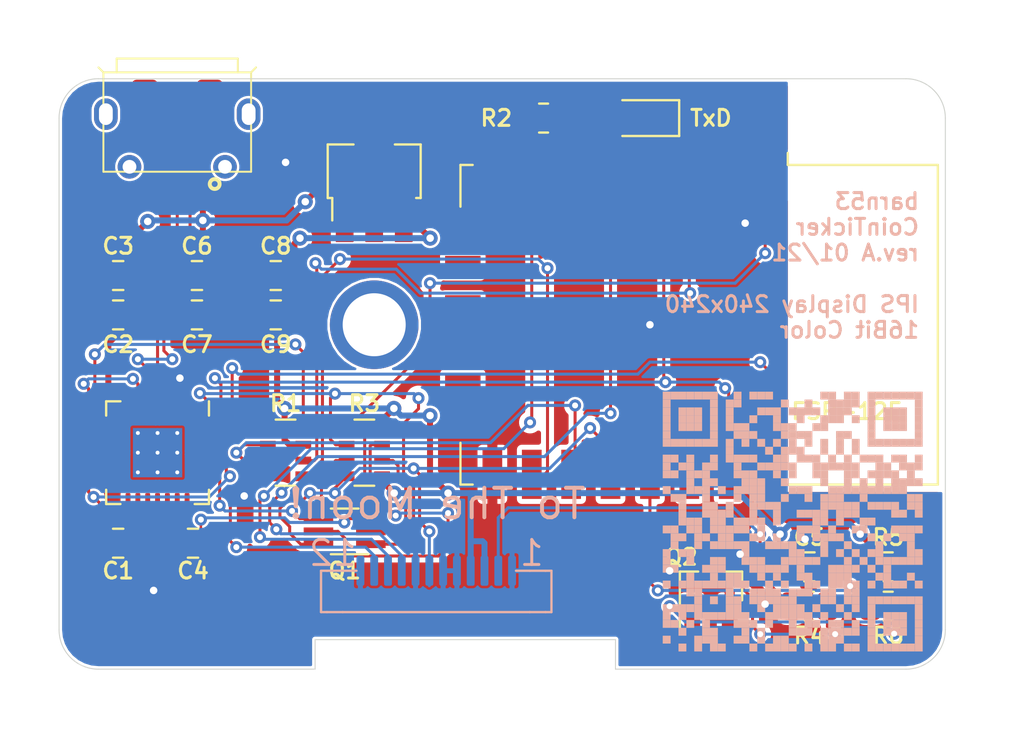
<source format=kicad_pcb>
(kicad_pcb (version 20171130) (host pcbnew "(5.1.6-0-10_14)")
  (layers (0 F.Cu signal) (31 B.Cu signal) (34 B.Paste user) (35 F.Paste user) (36 B.SilkS user) (37 F.SilkS user) (38 B.Mask user) (39 F.Mask user) (44 Edge.Cuts user))
  (net 0 "")
  (net 1 GND)
  (net 2 /VDD)
  (net 3 VBUS)
  (net 4 /~Reset)
  (net 5 +3V3)
  (net 6 "Net-(D1-Pad2)")
  (net 7 TxD)
  (net 8 /~TFT_RES)
  (net 9 /TFT_SDA)
  (net 10 /TFT_SCL)
  (net 11 /GPIO0)
  (net 12 /LEDK)
  (net 13 /D-)
  (net 14 /D+)
  (net 15 "Net-(Q1-Pad5)")
  (net 16 /RTS)
  (net 17 "Net-(Q1-Pad2)")
  (net 18 /DTR)
  (net 19 "Net-(Q2-Pad3)")
  (net 20 "Net-(Q2-Pad1)")
  (net 21 "Net-(R1-Pad5)")
  (net 22 "Net-(R1-Pad6)")
  (net 23 "Net-(R1-Pad8)")
  (net 24 /TFT_BL)
  (net 25 /RxD)
  (module barn53-kicad:IPSDisplay_240x240_FPC_15 (layer F.Cu) (at 73 55)
    (fp_text reference D2 hide)
    (fp_text value IPSDisplay_240x240)
    (fp_text user 12 (at -9.1 -0.9) (layer B.SilkS) (effects (font (size 1.27 1.27)) (justify mirror)))
    (fp_text user 1 (at 1 -0.9) (layer B.SilkS) (effects (font (size 1.27 1.27)) (justify mirror)))
    (pad 12 smd roundrect (at -7.7 0) (size 0.4 1.524) (layers B.Cu B.Paste B.Mask) (net 1 GND))
    (pad 11 smd roundrect (at -7 0) (size 0.4 1.524) (layers B.Cu B.Paste B.Mask) (net 8 /~TFT_RES))
    (pad 10 smd roundrect (at -6.3 0) (size 0.4 1.524) (layers B.Cu B.Paste B.Mask) (net 9 /TFT_SDA))
    (pad 9 smd roundrect (at -5.6 0) (size 0.4 1.524) (layers B.Cu B.Paste B.Mask) (net 10 /TFT_SCL))
    (pad 8 smd roundrect (at -4.9 0) (size 0.4 1.524) (layers B.Cu B.Paste B.Mask) (net 1 GND))
    (pad 7 smd roundrect (at -4.2 0) (size 0.4 1.524) (layers B.Cu B.Paste B.Mask) (net 11 /GPIO0))
    (pad 6 smd roundrect (at -3.5 0) (size 0.4 1.524) (layers B.Cu B.Paste B.Mask) (net 1 GND))
    (pad 5 smd roundrect (at -2.8 0) (size 0.4 1.524) (layers B.Cu B.Paste B.Mask) (net 1 GND))
    (pad 4 smd roundrect (at -2.1 0) (size 0.4 1.524) (layers B.Cu B.Paste B.Mask) (net 5 +3V3))
    (pad 3 smd roundrect (at -1.4 0) (size 0.4 1.524) (layers B.Cu B.Paste B.Mask) (net 5 +3V3))
    (pad 2 smd roundrect (at -0.7 0) (size 0.4 1.524) (layers B.Cu B.Paste B.Mask) (net 12 /LEDK))
    (pad 1 smd roundrect (at 0 0) (size 0.4 1.524) (layers B.Cu B.Paste B.Mask) (net 1 GND))
  )
  (module Package_TO_SOT_SMD:SOT-89-3_Handsoldering (layer F.Cu) (at 66 35 90)
    (fp_text reference U3 hide)
    (fp_text value BL8565)
    (pad 2 smd custom (at -2.0625 0 90) (size 2.475 0.9) (layers F.Cu F.Paste F.Mask) (net 3 VBUS) (options (clearance outline) (anchor rect)) (primitives (gr_poly (pts (xy 1.2375 -0.8665) (xy 5.3625 -0.8665) (xy 5.3625 0.8665) (xy 1.2375 0.8665)) (width 0))))
    (pad 3 smd rect (at -2.15 1.5 90) (size 2.3 0.9) (layers F.Cu F.Paste F.Mask) (net 5 +3V3))
    (pad 1 smd rect (at -2.15 -1.5 90) (size 2.3 0.9) (layers F.Cu F.Paste F.Mask) (net 1 GND))
  )
  (module https:__github.com_gerdmuller_Coin-Ticker (layer B.Cu) (at 87.25 52.5 180)
    (fp_text reference QR*****)
    (fp_text value https://github.com/gerdmuller/Coin-Ticker)
  )
  (module PTH_Hole (layer F.Cu) (at 66 42.5)
    (fp_text reference REF** hide)
    (fp_text value "PTH Hole" hide)
    (pad "" thru_hole circle (at 0 0 90) (size 4.5 4.5) (drill 3.2) (layers *.Cu *.Mask))
  )
  (module Package_DFN_QFN:QFN-28-1EP_5x5mm_P0.5mm_EP3.35x3.35mm_ThermalVias (layer F.Cu) (at 55 49 270)
    (fp_text reference U2 hide)
    (fp_text value CP2102-GMR_NRND)
    (pad 29 smd rect (at 0 0 270) (size 2.5 2.5) (layers B.Cu) (net 1 GND))
    (pad 29 thru_hole circle (at 1 1 270) (size 0.5 0.5) (drill 0.2) (layers *.Cu) (net 1 GND))
    (pad 29 thru_hole circle (at 0 1 270) (size 0.5 0.5) (drill 0.2) (layers *.Cu) (net 1 GND))
    (pad 29 thru_hole circle (at -1 1 270) (size 0.5 0.5) (drill 0.2) (layers *.Cu) (net 1 GND))
    (pad 29 thru_hole circle (at 1 0 270) (size 0.5 0.5) (drill 0.2) (layers *.Cu) (net 1 GND))
    (pad 29 thru_hole circle (at 0 0 270) (size 0.5 0.5) (drill 0.2) (layers *.Cu) (net 1 GND))
    (pad 29 thru_hole circle (at -1 0 270) (size 0.5 0.5) (drill 0.2) (layers *.Cu) (net 1 GND))
    (pad 29 thru_hole circle (at 1 -1 270) (size 0.5 0.5) (drill 0.2) (layers *.Cu) (net 1 GND))
    (pad 29 thru_hole circle (at 0 -1 270) (size 0.5 0.5) (drill 0.2) (layers *.Cu) (net 1 GND))
    (pad 29 thru_hole circle (at -1 -1 270) (size 0.5 0.5) (drill 0.2) (layers *.Cu) (net 1 GND))
    (pad 29 smd rect (at 0 0 270) (size 3.35 3.35) (layers F.Cu F.Mask) (net 1 GND))
    (pad 28 smd roundrect (at -1.5 -2.45 270) (size 0.25 0.8) (layers F.Cu F.Paste F.Mask) (net 18 /DTR))
    (pad 27 smd roundrect (at -1 -2.45 270) (size 0.25 0.8) (layers F.Cu F.Paste F.Mask))
    (pad 26 smd roundrect (at -0.5 -2.45 270) (size 0.25 0.8) (layers F.Cu F.Paste F.Mask) (net 7 TxD))
    (pad 25 smd roundrect (at 0 -2.45 270) (size 0.25 0.8) (layers F.Cu F.Paste F.Mask) (net 25 /RxD))
    (pad 24 smd roundrect (at 0.5 -2.45 270) (size 0.25 0.8) (layers F.Cu F.Paste F.Mask) (net 16 /RTS))
    (pad 23 smd roundrect (at 1 -2.45 270) (size 0.25 0.8) (layers F.Cu F.Paste F.Mask))
    (pad 22 smd roundrect (at 1.5 -2.45 270) (size 0.25 0.8) (layers F.Cu F.Paste F.Mask))
    (pad 21 smd roundrect (at 2.45 -1.5 270) (size 0.8 0.25) (layers F.Cu F.Paste F.Mask))
    (pad 20 smd roundrect (at 2.45 -1 270) (size 0.8 0.25) (layers F.Cu F.Paste F.Mask))
    (pad 19 smd roundrect (at 2.45 -0.5 270) (size 0.8 0.25) (layers F.Cu F.Paste F.Mask))
    (pad 18 smd roundrect (at 2.45 0 270) (size 0.8 0.25) (layers F.Cu F.Paste F.Mask))
    (pad 17 smd roundrect (at 2.45 0.5 270) (size 0.8 0.25) (layers F.Cu F.Paste F.Mask))
    (pad 16 smd roundrect (at 2.45 1 270) (size 0.8 0.25) (layers F.Cu F.Paste F.Mask))
    (pad 15 smd roundrect (at 2.45 1.5 270) (size 0.8 0.25) (layers F.Cu F.Paste F.Mask))
    (pad 14 smd roundrect (at 1.5 2.45 270) (size 0.25 0.8) (layers F.Cu F.Paste F.Mask))
    (pad 13 smd roundrect (at 1 2.45 270) (size 0.25 0.8) (layers F.Cu F.Paste F.Mask))
    (pad 12 smd roundrect (at 0.5 2.45 270) (size 0.25 0.8) (layers F.Cu F.Paste F.Mask))
    (pad 11 smd roundrect (at 0 2.45 270) (size 0.25 0.8) (layers F.Cu F.Paste F.Mask))
    (pad 10 smd roundrect (at -0.5 2.45 270) (size 0.25 0.8) (layers F.Cu F.Paste F.Mask))
    (pad 9 smd roundrect (at -1 2.45 270) (size 0.25 0.8) (layers F.Cu F.Paste F.Mask) (net 23 "Net-(R1-Pad8)"))
    (pad 8 smd roundrect (at -1.5 2.45 270) (size 0.25 0.8) (layers F.Cu F.Paste F.Mask) (net 3 VBUS))
    (pad 7 smd roundrect (at -2.45 1.5 270) (size 0.8 0.25) (layers F.Cu F.Paste F.Mask) (net 3 VBUS))
    (pad 6 smd roundrect (at -2.45 1 270) (size 0.8 0.25) (layers F.Cu F.Paste F.Mask) (net 2 /VDD))
    (pad 5 smd roundrect (at -2.45 0.5 270) (size 0.8 0.25) (layers F.Cu F.Paste F.Mask) (net 13 /D-))
    (pad 4 smd roundrect (at -2.45 0 270) (size 0.8 0.25) (layers F.Cu F.Paste F.Mask) (net 14 /D+))
    (pad 3 smd roundrect (at -2.45 -0.5 270) (size 0.8 0.25) (layers F.Cu F.Paste F.Mask) (net 1 GND))
    (pad 2 smd roundrect (at -2.45 -1 270) (size 0.8 0.25) (layers F.Cu F.Paste F.Mask))
    (pad 1 smd roundrect (at -2.45 -1.5 270) (size 0.8 0.25) (layers F.Cu F.Paste F.Mask))
  )
  (module barn53-kicad:ESP-12E (layer F.Cu) (at 82.5 42.5 270)
    (fp_text reference U1 hide)
    (fp_text value ESP-12E (at 4.4 -7.5 180) (layer F.SilkS) (effects (font (size 0.8128 0.8128) (thickness 0.1524))))
    (pad 1 smd rect (at -7.6 -3.5 270) (size 2.5 1) (layers F.Cu F.Paste F.Mask) (net 4 /~Reset))
    (pad 2 smd rect (at -7.6 -1.5 270) (size 2.5 1) (layers F.Cu F.Paste F.Mask))
    (pad 3 smd rect (at -7.6 0.5 270) (size 2.5 1) (layers F.Cu F.Paste F.Mask) (net 22 "Net-(R1-Pad6)"))
    (pad 4 smd rect (at -7.6 2.5 270) (size 2.5 1) (layers F.Cu F.Paste F.Mask))
    (pad 5 smd rect (at -7.6 4.5 270) (size 2.5 1) (layers F.Cu F.Paste F.Mask) (net 10 /TFT_SCL))
    (pad 6 smd rect (at -7.6 6.5 270) (size 2.5 1) (layers F.Cu F.Paste F.Mask))
    (pad 7 smd rect (at -7.6 8.5 270) (size 2.5 1) (layers F.Cu F.Paste F.Mask) (net 9 /TFT_SDA))
    (pad 8 smd rect (at -7.6 10.5 270) (size 2.5 1) (layers F.Cu F.Paste F.Mask) (net 5 +3V3))
    (pad 9 smd rect (at -5 12 270) (size 1 1.8) (layers F.Cu F.Paste F.Mask))
    (pad 10 smd rect (at -3 12 270) (size 1 1.8) (layers F.Cu F.Paste F.Mask))
    (pad 11 smd rect (at -1 12 270) (size 1 1.8) (layers F.Cu F.Paste F.Mask))
    (pad 12 smd rect (at 1 12 270) (size 1 1.8) (layers F.Cu F.Paste F.Mask))
    (pad 13 smd rect (at 3 12 270) (size 1 1.8) (layers F.Cu F.Paste F.Mask))
    (pad 14 smd rect (at 5 12 270) (size 1 1.8) (layers F.Cu F.Paste F.Mask))
    (pad 15 smd rect (at 7.6 10.5 270) (size 2.5 1) (layers F.Cu F.Paste F.Mask) (net 1 GND))
    (pad 16 smd rect (at 7.6 8.5 270) (size 2.5 1) (layers F.Cu F.Paste F.Mask) (net 21 "Net-(R1-Pad5)"))
    (pad 17 smd rect (at 7.6 6.5 270) (size 2.5 1) (layers F.Cu F.Paste F.Mask) (net 8 /~TFT_RES))
    (pad 18 smd rect (at 7.6 4.5 270) (size 2.5 1) (layers F.Cu F.Paste F.Mask) (net 11 /GPIO0))
    (pad 19 smd rect (at 7.6 2.5 270) (size 2.5 1) (layers F.Cu F.Paste F.Mask) (net 24 /TFT_BL))
    (pad 20 smd rect (at 7.6 0.5 270) (size 2.5 1) (layers F.Cu F.Paste F.Mask))
    (pad 21 smd rect (at 7.6 -1.5 270) (size 2.5 1) (layers F.Cu F.Paste F.Mask) (net 7 TxD))
    (pad 22 smd rect (at 7.6 -3.5 270) (size 2.5 1) (layers F.Cu F.Paste F.Mask) (net 25 /RxD))
  )
  (module Resistor_SMD:R_0805_2012Metric (layer F.Cu) (at 92.1 56.8 180)
    (fp_text reference R6 (at 0 -1.5) (layer F.SilkS) (effects (font (size 0.8128 0.8128) (thickness 0.1524))))
    (fp_text value 1k)
    (pad 2 smd roundrect (at 0.9125 0 180) (size 1.025 1.4) (layers F.Cu F.Paste F.Mask) (roundrect_rratio 0.2439014634146341) (net 24 /TFT_BL))
    (pad 1 smd roundrect (at -0.9125 0 180) (size 1.025 1.4) (layers F.Cu F.Paste F.Mask) (roundrect_rratio 0.2439014634146341) (net 20 "Net-(Q2-Pad1)"))
  )
  (module Resistor_SMD:R_0805_2012Metric (layer F.Cu) (at 92.1 54.8 180)
    (fp_text reference R5 (at 0 1.5) (layer F.SilkS) (effects (font (size 0.8128 0.8128) (thickness 0.1524))))
    (fp_text value 10k)
    (pad 2 smd roundrect (at 0.9125 0 180) (size 1.025 1.4) (layers F.Cu F.Paste F.Mask) (roundrect_rratio 0.2439014634146341) (net 5 +3V3))
    (pad 1 smd roundrect (at -0.9125 0 180) (size 1.025 1.4) (layers F.Cu F.Paste F.Mask) (roundrect_rratio 0.2439014634146341) (net 20 "Net-(Q2-Pad1)"))
  )
  (module Resistor_SMD:R_0805_2012Metric (layer F.Cu) (at 88.1 56.8)
    (fp_text reference R4 (at 0 1.5) (layer F.SilkS) (effects (font (size 0.8128 0.8128) (thickness 0.1524))))
    (fp_text value 10)
    (pad 2 smd roundrect (at 0.9125 0) (size 1.025 1.4) (layers F.Cu F.Paste F.Mask) (roundrect_rratio 0.2439014634146341) (net 19 "Net-(Q2-Pad3)"))
    (pad 1 smd roundrect (at -0.9125 0) (size 1.025 1.4) (layers F.Cu F.Paste F.Mask) (roundrect_rratio 0.2439014634146341) (net 12 /LEDK))
  )
  (module Resistor_SMD:R_Array_Convex_4x0603 (layer F.Cu) (at 65.5 49)
    (fp_text reference R3 (at 0 -2.5) (layer F.SilkS) (effects (font (size 0.8128 0.8128) (thickness 0.1524))))
    (fp_text value 10k)
    (pad 5 smd rect (at 0.9 1.2) (size 0.8 0.5) (layers F.Cu F.Paste F.Mask) (net 5 +3V3))
    (pad 6 smd rect (at 0.9 0.4) (size 0.8 0.4) (layers F.Cu F.Paste F.Mask) (net 17 "Net-(Q1-Pad2)"))
    (pad 8 smd rect (at 0.9 -1.2) (size 0.8 0.5) (layers F.Cu F.Paste F.Mask) (net 5 +3V3))
    (pad 7 smd rect (at 0.9 -0.4) (size 0.8 0.4) (layers F.Cu F.Paste F.Mask) (net 15 "Net-(Q1-Pad5)"))
    (pad 4 smd rect (at -0.9 1.2) (size 0.8 0.5) (layers F.Cu F.Paste F.Mask) (net 11 /GPIO0))
    (pad 2 smd rect (at -0.9 -0.4) (size 0.8 0.4) (layers F.Cu F.Paste F.Mask) (net 18 /DTR))
    (pad 3 smd rect (at -0.9 0.4) (size 0.8 0.4) (layers F.Cu F.Paste F.Mask) (net 16 /RTS))
    (pad 1 smd rect (at -0.9 -1.2) (size 0.8 0.5) (layers F.Cu F.Paste F.Mask) (net 4 /~Reset))
  )
  (module Resistor_SMD:R_0805_2012Metric (layer F.Cu) (at 74.6 32)
    (fp_text reference R2 (at -2.4 0) (layer F.SilkS) (effects (font (size 0.8128 0.8128) (thickness 0.1524))))
    (fp_text value 220)
    (pad 2 smd roundrect (at 0.9125 0) (size 1.025 1.4) (layers F.Cu F.Paste F.Mask) (roundrect_rratio 0.2439014634146341) (net 6 "Net-(D1-Pad2)"))
    (pad 1 smd roundrect (at -0.9125 0) (size 1.025 1.4) (layers F.Cu F.Paste F.Mask) (roundrect_rratio 0.2439014634146341) (net 5 +3V3))
  )
  (module Resistor_SMD:R_Array_Convex_4x0603 (layer F.Cu) (at 61.5 49)
    (fp_text reference R1 (at 0 -2.5) (layer F.SilkS) (effects (font (size 0.8128 0.8128) (thickness 0.1524))))
    (fp_text value 10k)
    (pad 5 smd rect (at 0.9 1.2) (size 0.8 0.5) (layers F.Cu F.Paste F.Mask) (net 21 "Net-(R1-Pad5)"))
    (pad 6 smd rect (at 0.9 0.4) (size 0.8 0.4) (layers F.Cu F.Paste F.Mask) (net 22 "Net-(R1-Pad6)"))
    (pad 8 smd rect (at 0.9 -1.2) (size 0.8 0.5) (layers F.Cu F.Paste F.Mask) (net 23 "Net-(R1-Pad8)"))
    (pad 7 smd rect (at 0.9 -0.4) (size 0.8 0.4) (layers F.Cu F.Paste F.Mask) (net 5 +3V3))
    (pad 4 smd rect (at -0.9 1.2) (size 0.8 0.5) (layers F.Cu F.Paste F.Mask) (net 1 GND))
    (pad 2 smd rect (at -0.9 -0.4) (size 0.8 0.4) (layers F.Cu F.Paste F.Mask) (net 8 /~TFT_RES))
    (pad 3 smd rect (at -0.9 0.4) (size 0.8 0.4) (layers F.Cu F.Paste F.Mask) (net 5 +3V3))
    (pad 1 smd rect (at -0.9 -1.2) (size 0.8 0.5) (layers F.Cu F.Paste F.Mask) (net 2 /VDD))
  )
  (module Package_TO_SOT_SMD:SOT-23_Handsoldering (layer F.Cu) (at 83.1 55.8 90)
    (fp_text reference Q2 (at 1.5 -1.5 180) (layer F.SilkS) (effects (font (size 0.8128 0.8128) (thickness 0.1524))))
    (fp_text value S8050_J3Y)
    (pad 3 smd rect (at 1.5 0 90) (size 1.9 0.8) (layers F.Cu F.Paste F.Mask) (net 19 "Net-(Q2-Pad3)"))
    (pad 2 smd rect (at -1.5 0.95 90) (size 1.9 0.8) (layers F.Cu F.Paste F.Mask) (net 1 GND))
    (pad 1 smd rect (at -1.5 -0.95 90) (size 1.9 0.8) (layers F.Cu F.Paste F.Mask) (net 20 "Net-(Q2-Pad1)"))
  )
  (module Package_TO_SOT_SMD:SOT-363_SC-70-6_Handsoldering (layer F.Cu) (at 64.5 53 180)
    (fp_text reference Q1 (at 0 -2) (layer F.SilkS) (effects (font (size 0.8128 0.8128) (thickness 0.1524))))
    (fp_text value PUMX1)
    (pad 6 smd rect (at 1.33 -0.65 180) (size 1.5 0.4) (layers F.Cu F.Paste F.Mask) (net 11 /GPIO0))
    (pad 5 smd rect (at 1.33 0 180) (size 1.5 0.4) (layers F.Cu F.Paste F.Mask) (net 15 "Net-(Q1-Pad5)"))
    (pad 4 smd rect (at 1.33 0.65 180) (size 1.5 0.4) (layers F.Cu F.Paste F.Mask) (net 16 /RTS))
    (pad 3 smd rect (at -1.33 0.65 180) (size 1.5 0.4) (layers F.Cu F.Paste F.Mask) (net 4 /~Reset))
    (pad 2 smd rect (at -1.33 0 180) (size 1.5 0.4) (layers F.Cu F.Paste F.Mask) (net 17 "Net-(Q1-Pad2)"))
    (pad 1 smd rect (at -1.33 -0.65 180) (size 1.5 0.4) (layers F.Cu F.Paste F.Mask) (net 18 /DTR))
  )
  (module barn53-kicad:MicroUSB_through_hole_fixing (layer F.Cu) (at 56 35 180)
    (fp_text reference J1 hide)
    (fp_text value USB_B_Micro)
    (pad 6 smd roundrect (at 1.65 4.5 180) (size 1.3 0.9) (layers F.Cu F.Paste F.Mask) (net 1 GND))
    (pad 6 smd roundrect (at -1.65 4.5 180) (size 1.3 0.9) (layers F.Cu F.Paste F.Mask) (net 1 GND))
    (pad 1 smd rect (at -1.3 0 180) (size 0.4 1.6) (layers F.Cu F.Paste F.Mask) (net 3 VBUS))
    (pad 2 smd rect (at -0.65 0 180) (size 0.4 1.6) (layers F.Cu F.Paste F.Mask) (net 13 /D-))
    (pad 3 smd rect (at 0 0 180) (size 0.4 1.6) (layers F.Cu F.Paste F.Mask) (net 14 /D+))
    (pad 4 smd rect (at 0.65 0 180) (size 0.4 1.6) (layers F.Cu F.Paste F.Mask))
    (pad 5 smd rect (at 1.3 0 180) (size 0.4 1.6) (layers F.Cu F.Paste F.Mask) (net 1 GND))
    (pad "" thru_hole circle (at -2.425 0.525) (size 1.2 1.2) (drill 0.7) (layers *.Cu *.Mask))
    (pad "" thru_hole circle (at 2.425 0.525) (size 1.2 1.2) (drill 0.7) (layers *.Cu *.Mask))
    (pad "" thru_hole oval (at -3.625 3.2) (size 1.2 1.6) (drill oval 0.7 1.1) (layers *.Cu *.Mask))
    (pad "" thru_hole oval (at 3.625 3.2) (size 1.2 1.6) (drill oval 0.7 1.1) (layers *.Cu *.Mask))
  )
  (module LED_SMD:LED_0805_2012Metric_Castellated (layer F.Cu) (at 79.6 32 180)
    (fp_text reference D1 hide)
    (fp_text value TxD (at -3.5 0) (layer F.SilkS) (effects (font (size 0.8128 0.8128) (thickness 0.1524))))
    (pad 2 smd roundrect (at 0.9625 0 180) (size 1.325 1.3) (layers F.Cu F.Paste F.Mask) (roundrect_rratio 0.1923076923076923) (net 6 "Net-(D1-Pad2)"))
    (pad 1 smd roundrect (at -0.9625 0 180) (size 1.325 1.3) (layers F.Cu F.Paste F.Mask) (roundrect_rratio 0.1923076923076923) (net 7 TxD))
  )
  (module Capacitor_SMD:C_0805_2012Metric (layer F.Cu) (at 61 42 180)
    (fp_text reference C9 (at 0 -1.5) (layer F.SilkS) (effects (font (size 0.8128 0.8128) (thickness 0.1524))))
    (fp_text value 4.7u)
    (pad 2 smd roundrect (at 0.95 0 180) (size 1 1.45) (layers F.Cu F.Paste F.Mask) (net 1 GND))
    (pad 1 smd roundrect (at -0.95 0 180) (size 1 1.45) (layers F.Cu F.Paste F.Mask) (net 5 +3V3))
  )
  (module Capacitor_SMD:C_0805_2012Metric (layer F.Cu) (at 61 40 180)
    (fp_text reference C8 (at 0 1.5) (layer F.SilkS) (effects (font (size 0.8128 0.8128) (thickness 0.1524))))
    (fp_text value 100n)
    (pad 2 smd roundrect (at 0.95 0 180) (size 1 1.45) (layers F.Cu F.Paste F.Mask) (net 1 GND))
    (pad 1 smd roundrect (at -0.95 0 180) (size 1 1.45) (layers F.Cu F.Paste F.Mask) (net 5 +3V3))
  )
  (module Capacitor_SMD:C_0805_2012Metric (layer F.Cu) (at 57 42)
    (fp_text reference C7 (at 0 1.5) (layer F.SilkS) (effects (font (size 0.8128 0.8128) (thickness 0.1524))))
    (fp_text value 100n)
    (pad 2 smd roundrect (at 0.95 0) (size 1 1.45) (layers F.Cu F.Paste F.Mask) (net 1 GND))
    (pad 1 smd roundrect (at -0.95 0) (size 1 1.45) (layers F.Cu F.Paste F.Mask) (net 3 VBUS))
  )
  (module Capacitor_SMD:C_0805_2012Metric (layer F.Cu) (at 57 40)
    (fp_text reference C6 (at 0 -1.5) (layer F.SilkS) (effects (font (size 0.8128 0.8128) (thickness 0.1524))))
    (fp_text value 1u)
    (pad 2 smd roundrect (at 0.95 0) (size 1 1.45) (layers F.Cu F.Paste F.Mask) (net 1 GND))
    (pad 1 smd roundrect (at -0.95 0) (size 1 1.45) (layers F.Cu F.Paste F.Mask) (net 3 VBUS))
  )
  (module Capacitor_SMD:C_0805_2012Metric (layer F.Cu) (at 88.1 54.8)
    (fp_text reference C5 (at 0 -1.5) (layer F.SilkS) (effects (font (size 0.8128 0.8128) (thickness 0.1524))))
    (fp_text value 100n)
    (pad 2 smd roundrect (at 0.95 0) (size 1 1.45) (layers F.Cu F.Paste F.Mask) (net 1 GND))
    (pad 1 smd roundrect (at -0.95 0) (size 1 1.45) (layers F.Cu F.Paste F.Mask) (net 5 +3V3))
  )
  (module Capacitor_SMD:C_0805_2012Metric (layer F.Cu) (at 56.8 53.6 180)
    (fp_text reference C4 (at 0 -1.4) (layer F.SilkS) (effects (font (size 0.8128 0.8128) (thickness 0.1524))))
    (fp_text value 100n)
    (pad 2 smd roundrect (at 0.95 0 180) (size 1 1.45) (layers F.Cu F.Paste F.Mask) (net 1 GND))
    (pad 1 smd roundrect (at -0.95 0 180) (size 1 1.45) (layers F.Cu F.Paste F.Mask) (net 4 /~Reset))
  )
  (module Capacitor_SMD:C_0805_2012Metric (layer F.Cu) (at 53 40 180)
    (fp_text reference C3 (at 0 1.5) (layer F.SilkS) (effects (font (size 0.8128 0.8128) (thickness 0.1524))))
    (fp_text value 100n)
    (pad 2 smd roundrect (at 0.95 0 180) (size 1 1.45) (layers F.Cu F.Paste F.Mask) (net 1 GND))
    (pad 1 smd roundrect (at -0.95 0 180) (size 1 1.45) (layers F.Cu F.Paste F.Mask) (net 3 VBUS))
  )
  (module Capacitor_SMD:C_0805_2012Metric (layer F.Cu) (at 53 42 180)
    (fp_text reference C2 (at 0 -1.5) (layer F.SilkS) (effects (font (size 0.8128 0.8128) (thickness 0.1524))))
    (fp_text value 4.7u)
    (pad 2 smd roundrect (at 0.95 0 180) (size 1 1.45) (layers F.Cu F.Paste F.Mask) (net 1 GND))
    (pad 1 smd roundrect (at -0.95 0 180) (size 1 1.45) (layers F.Cu F.Paste F.Mask) (net 3 VBUS))
  )
  (module Capacitor_SMD:C_0805_2012Metric (layer F.Cu) (at 53 53.6)
    (fp_text reference C1 (at 0 1.4) (layer F.SilkS) (effects (font (size 0.8128 0.8128) (thickness 0.1524))))
    (fp_text value 100n)
    (pad 2 smd roundrect (at 0.95 0) (size 1 1.45) (layers F.Cu F.Paste F.Mask) (net 1 GND))
    (pad 1 smd roundrect (at -0.95 0) (size 1 1.45) (layers F.Cu F.Paste F.Mask) (net 2 /VDD))
  )
  (gr_text "barn53\nCoinTicker\nrev.A 01/21\n\nIPS Display 240x240\n16Bit Color" (at 93.75 39.5) (layer B.SilkS) (effects (font (size 0.8128 0.8128) (thickness 0.1524)) (justify left mirror)))
  (gr_arc (start 93 58) (end 93 60) (angle -90) (layer Edge.Cuts) (width 0.05))
  (gr_arc (start 93 32) (end 95 32) (angle -90) (layer Edge.Cuts) (width 0.05))
  (gr_arc (start 52 32) (end 52 30) (angle -90) (layer Edge.Cuts) (width 0.05))
  (gr_arc (start 52 58) (end 50 58) (angle -90) (layer Edge.Cuts) (width 0.05))
  (gr_line (start 63 60) (end 52 60) (layer Edge.Cuts) (width 0.05))
  (gr_line (start 78.25 58.5) (end 78.25 60) (layer Edge.Cuts) (width 0.05))
  (gr_line (start 63 58.5) (end 78.25 58.5) (layer Edge.Cuts) (width 0.05))
  (gr_line (start 63 60) (end 63 58.5) (layer Edge.Cuts) (width 0.05))
  (gr_text "To The Moon!" (at 69.2 51.6) (layer B.SilkS) (effects (font (size 1.5 1.5) (thickness 0.2)) (justify mirror)))
  (gr_line (start 50 58) (end 50 32) (layer Edge.Cuts) (width 0.05))
  (gr_line (start 93 60) (end 78.25 60) (layer Edge.Cuts) (width 0.05))
  (gr_line (start 95 32) (end 95 58) (layer Edge.Cuts) (width 0.05))
  (gr_line (start 52 30) (end 93 30) (layer Edge.Cuts) (width 0.05))
  (segment (start 54.7 30.85) (end 54.35 30.5) (width 0.3048) (layer F.Cu) (net 1))
  (segment (start 54.7 35) (end 54.7 30.85) (width 0.3048) (layer F.Cu) (net 1))
  (segment (start 57.65 30.5) (end 54.35 30.5) (width 0.3048) (layer F.Cu) (net 1))
  (segment (start 55.5 47.5) (end 55 48) (width 0.3048) (layer F.Cu) (net 1))
  (segment (start 55.5 46.55) (end 55.5 47.5) (width 0.3048) (layer F.Cu) (net 1))
  (via (at 61.5 34.25) (size 0.762) (drill 0.381) (layers F.Cu B.Cu) (net 1))
  (via (at 84.836 37.338) (size 0.762) (drill 0.381) (layers F.Cu B.Cu) (net 1))
  (via (at 81 55) (size 0.762) (drill 0.381) (layers F.Cu B.Cu) (net 1))
  (via (at 84.578 54.156) (size 0.762) (drill 0.381) (layers F.Cu B.Cu) (net 1))
  (via (at 85.848 56.696) (size 0.762) (drill 0.381) (layers F.Cu B.Cu) (net 1))
  (via (at 87.88 53.394) (size 0.762) (drill 0.381) (layers F.Cu B.Cu) (net 1))
  (via (at 56.134 45.212) (size 0.762) (drill 0.381) (layers F.Cu B.Cu) (net 1))
  (segment (start 55.5 45.846) (end 55.5 46.55) (width 0.3048) (layer F.Cu) (net 1))
  (segment (start 56.134 45.212) (end 55.5 45.846) (width 0.3048) (layer F.Cu) (net 1))
  (via (at 80 42.5) (size 0.762) (drill 0.381) (layers F.Cu B.Cu) (net 1))
  (via (at 54.8 56) (size 0.762) (drill 0.381) (layers F.Cu B.Cu) (net 1))
  (via (at 59.4 51.2) (size 0.762) (drill 0.381) (layers F.Cu B.Cu) (net 1))
  (via (at 53.75 45.25) (size 0.6096) (drill 0.3048) (layers F.Cu B.Cu) (net 2))
  (segment (start 54 46.55) (end 54 45.5) (width 0.1524) (layer F.Cu) (net 2))
  (segment (start 54 45.5) (end 53.75 45.25) (width 0.1524) (layer F.Cu) (net 2))
  (via (at 51.25 45.5) (size 0.6096) (drill 0.3048) (layers F.Cu B.Cu) (net 2))
  (segment (start 53.75 45.25) (end 51.5 45.25) (width 0.1524) (layer B.Cu) (net 2))
  (segment (start 51.5 45.25) (end 51.25 45.5) (width 0.1524) (layer B.Cu) (net 2))
  (via (at 51.75 51.25) (size 0.6096) (drill 0.3048) (layers F.Cu B.Cu) (net 2))
  (segment (start 51.5 51) (end 51.75 51.25) (width 0.1524) (layer F.Cu) (net 2))
  (segment (start 51.5 45.75) (end 51.5 51) (width 0.1524) (layer F.Cu) (net 2))
  (segment (start 51.25 45.5) (end 51.5 45.75) (width 0.1524) (layer F.Cu) (net 2))
  (segment (start 58.49197 50.01797) (end 58.674 50.2) (width 0.1524) (layer F.Cu) (net 2))
  (segment (start 59.448128 47.8) (end 58.49197 48.756158) (width 0.1524) (layer F.Cu) (net 2))
  (segment (start 60.6 47.8) (end 59.448128 47.8) (width 0.1524) (layer F.Cu) (net 2))
  (segment (start 58.49197 48.756158) (end 58.49197 50.01797) (width 0.1524) (layer F.Cu) (net 2))
  (segment (start 57.624 51.25) (end 58.674 50.2) (width 0.1524) (layer B.Cu) (net 2))
  (via (at 58.674 50.2) (size 0.6096) (drill 0.3048) (layers F.Cu B.Cu) (net 2))
  (segment (start 51.75 51.25) (end 57.624 51.25) (width 0.1524) (layer B.Cu) (net 2))
  (segment (start 52.05 51.55) (end 51.75 51.25) (width 0.1524) (layer F.Cu) (net 2))
  (segment (start 52.05 53.6) (end 52.05 51.55) (width 0.1524) (layer F.Cu) (net 2))
  (segment (start 56.05 40) (end 56.05 42) (width 0.3048) (layer F.Cu) (net 3))
  (segment (start 53.95 40) (end 53.95 42) (width 0.3048) (layer F.Cu) (net 3))
  (segment (start 57.3 38.75) (end 56.05 40) (width 0.3048) (layer F.Cu) (net 3))
  (segment (start 57.3 35) (end 57.3 37.2) (width 0.3048) (layer F.Cu) (net 3))
  (segment (start 57.3 37.2) (end 57.3 38.75) (width 0.3048) (layer F.Cu) (net 3))
  (via (at 57.3 37.2) (size 0.762) (drill 0.381) (layers F.Cu B.Cu) (net 3))
  (segment (start 53.5 46.55) (end 52.55 47.5) (width 0.3048) (layer F.Cu) (net 3))
  (segment (start 52.501798 47.451798) (end 52.55 47.5) (width 0.3048) (layer F.Cu) (net 3))
  (segment (start 53.95 42) (end 52.501798 43.448202) (width 0.3048) (layer F.Cu) (net 3))
  (segment (start 52.501798 43.448202) (end 52.501798 47.451798) (width 0.3048) (layer F.Cu) (net 3))
  (via (at 54.5 37.25) (size 0.762) (drill 0.381) (layers F.Cu B.Cu) (net 3))
  (segment (start 54.55 37.2) (end 54.5 37.25) (width 0.3048) (layer B.Cu) (net 3))
  (segment (start 57.3 37.2) (end 54.55 37.2) (width 0.3048) (layer B.Cu) (net 3))
  (segment (start 54.5 37.25) (end 54 37.75) (width 0.3048) (layer F.Cu) (net 3))
  (segment (start 54 39.95) (end 53.95 40) (width 0.3048) (layer F.Cu) (net 3))
  (segment (start 54 37.75) (end 54 39.95) (width 0.3048) (layer F.Cu) (net 3))
  (segment (start 61.55 37.2) (end 62.5 36.25) (width 0.3048) (layer B.Cu) (net 3))
  (segment (start 57.3 37.2) (end 61.55 37.2) (width 0.3048) (layer B.Cu) (net 3))
  (via (at 62.5 36.25) (size 0.762) (drill 0.381) (layers F.Cu B.Cu) (net 3))
  (segment (start 66 37.0625) (end 66 37.25) (width 0.3048) (layer F.Cu) (net 3))
  (segment (start 65 35.25) (end 63.5 35.25) (width 0.3048) (layer F.Cu) (net 3))
  (segment (start 63.5 35.25) (end 62.5 36.25) (width 0.3048) (layer F.Cu) (net 3))
  (segment (start 66 36.25) (end 65 35.25) (width 0.3048) (layer F.Cu) (net 3))
  (segment (start 66 37.0625) (end 66 36.25) (width 0.3048) (layer F.Cu) (net 3))
  (via (at 64.483901 52.545901) (size 0.6096) (drill 0.3048) (layers F.Cu B.Cu) (net 4))
  (segment (start 65.83 52.35) (end 64.679802 52.35) (width 0.1524) (layer F.Cu) (net 4))
  (segment (start 64.679802 52.35) (end 64.483901 52.545901) (width 0.1524) (layer F.Cu) (net 4))
  (segment (start 65.1524 47.8) (end 64.6 47.8) (width 0.1524) (layer F.Cu) (net 4))
  (segment (start 65.517388 52.037388) (end 65.517388 48.164988) (width 0.1524) (layer F.Cu) (net 4))
  (segment (start 65.517388 48.164988) (end 65.1524 47.8) (width 0.1524) (layer F.Cu) (net 4))
  (segment (start 65.83 52.35) (end 65.517388 52.037388) (width 0.1524) (layer F.Cu) (net 4))
  (via (at 85.852 38.862) (size 0.6096) (drill 0.3048) (layers F.Cu B.Cu) (net 4))
  (segment (start 85.852 35.048) (end 86 34.9) (width 0.1524) (layer F.Cu) (net 4))
  (segment (start 85.852 38.862) (end 85.852 35.048) (width 0.1524) (layer F.Cu) (net 4))
  (via (at 68.83401 40.386) (size 0.6096) (drill 0.3048) (layers F.Cu B.Cu) (net 4))
  (segment (start 84.328 40.386) (end 68.83401 40.386) (width 0.1524) (layer B.Cu) (net 4))
  (segment (start 85.852 38.862) (end 84.328 40.386) (width 0.1524) (layer B.Cu) (net 4))
  (segment (start 68.83401 43.56599) (end 68.83401 40.386) (width 0.1524) (layer F.Cu) (net 4))
  (segment (start 64.6 47.8) (end 68.83401 43.56599) (width 0.1524) (layer F.Cu) (net 4))
  (via (at 57.2 52.39999) (size 0.6096) (drill 0.3048) (layers F.Cu B.Cu) (net 4))
  (segment (start 61.692616 52.545901) (end 61.457851 52.311136) (width 0.1524) (layer B.Cu) (net 4))
  (segment (start 64.483901 52.545901) (end 61.692616 52.545901) (width 0.1524) (layer B.Cu) (net 4))
  (segment (start 61.457851 52.311136) (end 57.288854 52.311136) (width 0.1524) (layer B.Cu) (net 4))
  (segment (start 57.288854 52.311136) (end 57.2 52.39999) (width 0.1524) (layer B.Cu) (net 4))
  (segment (start 57.2 53.05) (end 57.75 53.6) (width 0.127) (layer F.Cu) (net 4))
  (segment (start 57.2 52.39999) (end 57.2 53.05) (width 0.127) (layer F.Cu) (net 4))
  (segment (start 69.75 34.9) (end 67.5 37.15) (width 0.3048) (layer F.Cu) (net 5))
  (segment (start 72 34.9) (end 69.75 34.9) (width 0.3048) (layer F.Cu) (net 5))
  (segment (start 61.95 40) (end 61.95 42) (width 0.3048) (layer F.Cu) (net 5))
  (via (at 62.23 38.1) (size 0.762) (drill 0.381) (layers F.Cu B.Cu) (net 5))
  (segment (start 61.95 38.38) (end 62.23 38.1) (width 0.3048) (layer F.Cu) (net 5))
  (segment (start 61.95 40) (end 61.95 38.38) (width 0.3048) (layer F.Cu) (net 5))
  (via (at 90.674 53.14) (size 0.762) (drill 0.381) (layers F.Cu B.Cu) (net 5))
  (segment (start 91.1875 53.6535) (end 90.674 53.14) (width 0.3048) (layer F.Cu) (net 5))
  (segment (start 91.1875 54.8) (end 91.1875 53.6535) (width 0.3048) (layer F.Cu) (net 5))
  (via (at 86.61 53.14) (size 0.762) (drill 0.381) (layers F.Cu B.Cu) (net 5))
  (segment (start 86.61 54.26) (end 87.15 54.8) (width 0.3048) (layer F.Cu) (net 5))
  (segment (start 86.61 53.14) (end 86.61 54.26) (width 0.3048) (layer F.Cu) (net 5))
  (segment (start 87.118 52.632) (end 86.61 53.14) (width 0.3048) (layer B.Cu) (net 5))
  (segment (start 90.166 52.632) (end 87.118 52.632) (width 0.3048) (layer B.Cu) (net 5))
  (segment (start 90.674 53.14) (end 90.166 52.632) (width 0.3048) (layer B.Cu) (net 5))
  (segment (start 62.1048 48.6) (end 62.4 48.6) (width 0.3048) (layer F.Cu) (net 5))
  (segment (start 61.3048 49.4) (end 62.1048 48.6) (width 0.3048) (layer F.Cu) (net 5))
  (segment (start 60.6 49.4) (end 61.3048 49.4) (width 0.3048) (layer F.Cu) (net 5))
  (segment (start 61.6952 48.6) (end 62.4 48.6) (width 0.3048) (layer F.Cu) (net 5))
  (segment (start 61.451171 48.355971) (end 61.6952 48.6) (width 0.3048) (layer F.Cu) (net 5))
  (segment (start 61.451171 46.752829) (end 61.451171 48.355971) (width 0.3048) (layer F.Cu) (net 5))
  (via (at 61.451171 46.752829) (size 0.762) (drill 0.381) (layers F.Cu B.Cu) (net 5))
  (via (at 68.842123 38.099986) (size 0.762) (drill 0.381) (layers F.Cu B.Cu) (net 5))
  (segment (start 62.23 38.1) (end 68.842109 38.1) (width 0.3048) (layer B.Cu) (net 5))
  (segment (start 68.842109 38.1) (end 68.842123 38.099986) (width 0.3048) (layer B.Cu) (net 5))
  (segment (start 67.5 37.15) (end 67.892137 37.15) (width 0.3048) (layer F.Cu) (net 5))
  (segment (start 67.892137 37.15) (end 68.842123 38.099986) (width 0.3048) (layer F.Cu) (net 5))
  (segment (start 61.070172 46.37183) (end 61.451171 46.752829) (width 0.3048) (layer F.Cu) (net 5))
  (segment (start 61.95 42) (end 61.070172 42.879828) (width 0.3048) (layer F.Cu) (net 5))
  (segment (start 61.070172 42.879828) (end 61.070172 46.37183) (width 0.3048) (layer F.Cu) (net 5))
  (segment (start 66.4 47.349994) (end 67 46.749994) (width 0.3048) (layer F.Cu) (net 5))
  (segment (start 66.4 47.8) (end 66.4 47.349994) (width 0.3048) (layer F.Cu) (net 5))
  (segment (start 66.997165 46.752829) (end 67 46.749994) (width 0.3048) (layer B.Cu) (net 5))
  (via (at 67 46.749994) (size 0.762) (drill 0.381) (layers F.Cu B.Cu) (net 5))
  (segment (start 61.451171 46.752829) (end 66.997165 46.752829) (width 0.3048) (layer B.Cu) (net 5))
  (via (at 69.75 51.054) (size 0.762) (drill 0.381) (layers F.Cu B.Cu) (net 5))
  (segment (start 67 46.749994) (end 67.3648 47.114794) (width 0.3048) (layer B.Cu) (net 5))
  (segment (start 69.75 51.054) (end 68.834763 50.138763) (width 0.3048) (layer F.Cu) (net 5))
  (segment (start 68.834763 50.138763) (end 68.834763 47.114794) (width 0.3048) (layer F.Cu) (net 5))
  (segment (start 67.3648 47.114794) (end 68.834763 47.114794) (width 0.3048) (layer B.Cu) (net 5))
  (via (at 68.834763 47.114794) (size 0.762) (drill 0.381) (layers F.Cu B.Cu) (net 5))
  (segment (start 84.524 51.054) (end 86.61 53.14) (width 0.3048) (layer B.Cu) (net 5))
  (segment (start 70.9 51.1) (end 70.854 51.054) (width 0.3048) (layer B.Cu) (net 5))
  (segment (start 70.854 51.054) (end 84.524 51.054) (width 0.3048) (layer B.Cu) (net 5))
  (segment (start 69.75 51.054) (end 70.854 51.054) (width 0.3048) (layer B.Cu) (net 5))
  (segment (start 71.6 55) (end 71.6 53.6) (width 0.3048) (layer B.Cu) (net 5))
  (segment (start 71.5 53.5) (end 70.9 53.5) (width 0.3048) (layer B.Cu) (net 5))
  (segment (start 71.6 53.6) (end 71.5 53.5) (width 0.3048) (layer B.Cu) (net 5))
  (segment (start 70.9 53.5) (end 70.9 51.1) (width 0.3048) (layer B.Cu) (net 5))
  (segment (start 70.9 55) (end 70.9 53.5) (width 0.3048) (layer B.Cu) (net 5))
  (segment (start 67.015816 51.054026) (end 67.01579 51.054) (width 0.3048) (layer B.Cu) (net 5))
  (segment (start 69.75 51.054) (end 67.01579 51.054) (width 0.3048) (layer B.Cu) (net 5))
  (segment (start 67.055974 51.054026) (end 67.015816 51.054026) (width 0.3048) (layer B.Cu) (net 5))
  (segment (start 66.4 50.43821) (end 67.01579 51.054) (width 0.3048) (layer F.Cu) (net 5))
  (segment (start 66.4 50.2) (end 66.4 50.43821) (width 0.3048) (layer F.Cu) (net 5))
  (via (at 67.01579 51.054) (size 0.762) (drill 0.381) (layers F.Cu B.Cu) (net 5))
  (segment (start 72 33.6875) (end 72 34.9) (width 0.3048) (layer F.Cu) (net 5))
  (segment (start 73.6875 32) (end 72 33.6875) (width 0.3048) (layer F.Cu) (net 5))
  (segment (start 75.5125 32) (end 78.6375 32) (width 0.1524) (layer F.Cu) (net 6))
  (segment (start 84 50.1) (end 84 45.90001) (width 0.1524) (layer F.Cu) (net 7))
  (segment (start 84 45.90001) (end 83.82 45.72001) (width 0.1524) (layer F.Cu) (net 7))
  (via (at 83.82 45.72001) (size 0.6096) (drill 0.3048) (layers F.Cu B.Cu) (net 7))
  (via (at 57.912008 45.212) (size 0.6096) (drill 0.3048) (layers F.Cu B.Cu) (net 7))
  (segment (start 58.115219 45.415211) (end 57.912008 45.212) (width 0.1524) (layer B.Cu) (net 7))
  (segment (start 83.82 45.72001) (end 83.515201 45.415211) (width 0.1524) (layer B.Cu) (net 7))
  (segment (start 80.703201 32.140701) (end 80.703201 45.333623) (width 0.1524) (layer F.Cu) (net 7))
  (segment (start 80.5625 32) (end 80.703201 32.140701) (width 0.1524) (layer F.Cu) (net 7))
  (via (at 80.784789 45.415211) (size 0.6096) (drill 0.3048) (layers F.Cu B.Cu) (net 7))
  (segment (start 80.784789 45.415211) (end 58.115219 45.415211) (width 0.1524) (layer B.Cu) (net 7))
  (segment (start 80.703201 45.333623) (end 80.784789 45.415211) (width 0.1524) (layer F.Cu) (net 7))
  (segment (start 83.515201 45.415211) (end 80.784789 45.415211) (width 0.1524) (layer B.Cu) (net 7))
  (segment (start 58.216807 48.041057) (end 58.216807 45.516799) (width 0.1524) (layer F.Cu) (net 7))
  (segment (start 58.216807 45.516799) (end 57.912008 45.212) (width 0.1524) (layer F.Cu) (net 7))
  (segment (start 57.45 48.5) (end 57.757864 48.5) (width 0.1524) (layer F.Cu) (net 7))
  (segment (start 57.757864 48.5) (end 58.216807 48.041057) (width 0.1524) (layer F.Cu) (net 7))
  (via (at 76.2 46.6) (size 0.6096) (drill 0.3048) (layers F.Cu B.Cu) (net 8))
  (segment (start 76.2 49.9) (end 76 50.1) (width 0.1524) (layer F.Cu) (net 8))
  (segment (start 76.2 46.6) (end 76.2 49.9) (width 0.1524) (layer F.Cu) (net 8))
  (segment (start 59.399972 48.6) (end 58.999972 49) (width 0.1524) (layer F.Cu) (net 8))
  (segment (start 60.6 48.6) (end 59.399972 48.6) (width 0.1524) (layer F.Cu) (net 8))
  (segment (start 71.904799 48.495201) (end 59.504771 48.495201) (width 0.1524) (layer B.Cu) (net 8))
  (segment (start 73.8 46.6) (end 71.904799 48.495201) (width 0.1524) (layer B.Cu) (net 8))
  (segment (start 59.504771 48.495201) (end 58.999972 49) (width 0.1524) (layer B.Cu) (net 8))
  (segment (start 76.2 46.6) (end 73.8 46.6) (width 0.1524) (layer B.Cu) (net 8))
  (via (at 58.999972 49) (size 0.6096) (drill 0.3048) (layers F.Cu B.Cu) (net 8))
  (via (at 58.999998 53.8) (size 0.6096) (drill 0.3048) (layers F.Cu B.Cu) (net 8))
  (segment (start 66 55) (end 66 54.238) (width 0.1524) (layer B.Cu) (net 8))
  (segment (start 66 54.238) (end 65.562 53.8) (width 0.1524) (layer B.Cu) (net 8))
  (segment (start 65.562 53.8) (end 58.999998 53.8) (width 0.1524) (layer B.Cu) (net 8))
  (segment (start 58.999972 49) (end 59.304771 49.304799) (width 0.1524) (layer F.Cu) (net 8))
  (segment (start 58.695199 50.904801) (end 58.695199 53.495201) (width 0.1524) (layer F.Cu) (net 8))
  (segment (start 59.304771 49.304799) (end 59.304771 50.295229) (width 0.1524) (layer F.Cu) (net 8))
  (segment (start 59.304771 50.295229) (end 58.695199 50.904801) (width 0.1524) (layer F.Cu) (net 8))
  (segment (start 58.695199 53.495201) (end 58.999998 53.8) (width 0.1524) (layer F.Cu) (net 8))
  (via (at 73.914 47.462579) (size 0.6096) (drill 0.3048) (layers F.Cu B.Cu) (net 9))
  (segment (start 74 34.9) (end 74 47.376579) (width 0.1524) (layer F.Cu) (net 9))
  (segment (start 74 47.376579) (end 73.914 47.462579) (width 0.1524) (layer F.Cu) (net 9))
  (segment (start 60.30801 53.4) (end 60.2 53.29199) (width 0.1524) (layer B.Cu) (net 9))
  (via (at 60.2 53.29199) (size 0.6096) (drill 0.3048) (layers F.Cu B.Cu) (net 9))
  (segment (start 66.7 54.238) (end 65.862 53.4) (width 0.1524) (layer B.Cu) (net 9))
  (segment (start 66.7 55) (end 66.7 54.238) (width 0.1524) (layer B.Cu) (net 9))
  (segment (start 65.862 53.4) (end 60.30801 53.4) (width 0.1524) (layer B.Cu) (net 9))
  (segment (start 62.8 48.8) (end 60.4 51.2) (width 0.1524) (layer B.Cu) (net 9))
  (segment (start 72.576579 48.8) (end 62.8 48.8) (width 0.1524) (layer B.Cu) (net 9))
  (segment (start 60.2 51.4) (end 60.4 51.2) (width 0.1524) (layer F.Cu) (net 9))
  (segment (start 73.914 47.462579) (end 72.576579 48.8) (width 0.1524) (layer B.Cu) (net 9))
  (segment (start 60.2 53.29199) (end 60.2 51.4) (width 0.1524) (layer F.Cu) (net 9))
  (via (at 60.4 51.2) (size 0.6096) (drill 0.3048) (layers F.Cu B.Cu) (net 9))
  (via (at 61.29666 51.034715) (size 0.6096) (drill 0.3048) (layers F.Cu B.Cu) (net 10))
  (via (at 78 47) (size 0.6096) (drill 0.3048) (layers F.Cu B.Cu) (net 10))
  (segment (start 78 34.9) (end 78 47) (width 0.1524) (layer F.Cu) (net 10))
  (segment (start 61.258943 53.120589) (end 61.030344 52.89199) (width 0.1524) (layer B.Cu) (net 10))
  (segment (start 66.282589 53.120589) (end 61.258943 53.120589) (width 0.1524) (layer B.Cu) (net 10))
  (via (at 61.030344 52.89199) (size 0.6096) (drill 0.3048) (layers F.Cu B.Cu) (net 10))
  (segment (start 61.29666 51.034715) (end 60.695201 51.636174) (width 0.1524) (layer F.Cu) (net 10))
  (segment (start 60.695201 51.636174) (end 60.695201 52.556847) (width 0.1524) (layer F.Cu) (net 10))
  (segment (start 60.695201 52.556847) (end 61.030344 52.89199) (width 0.1524) (layer F.Cu) (net 10))
  (segment (start 67.4 55) (end 67.4 54.238) (width 0.1524) (layer B.Cu) (net 10))
  (segment (start 67.4 54.238) (end 66.282589 53.120589) (width 0.1524) (layer B.Cu) (net 10))
  (segment (start 76.847382 47) (end 78 47) (width 0.1524) (layer B.Cu) (net 10))
  (segment (start 74.647382 49.2) (end 76.847382 47) (width 0.1524) (layer B.Cu) (net 10))
  (segment (start 63.131375 49.2) (end 74.647382 49.2) (width 0.1524) (layer B.Cu) (net 10))
  (segment (start 61.29666 51.034715) (end 63.131375 49.2) (width 0.1524) (layer B.Cu) (net 10))
  (segment (start 64.008 50.792) (end 64.6 50.2) (width 0.1524) (layer F.Cu) (net 11))
  (segment (start 64.008 51.054) (end 64.008 50.792) (width 0.1524) (layer F.Cu) (net 11))
  (segment (start 62.738 51.054) (end 64.008 51.054) (width 0.1524) (layer B.Cu) (net 11))
  (via (at 64.008 51.054) (size 0.6096) (drill 0.3048) (layers F.Cu B.Cu) (net 11))
  (via (at 62.738 51.054) (size 0.6096) (drill 0.3048) (layers F.Cu B.Cu) (net 11))
  (segment (start 78 48.788) (end 76.962 47.75) (width 0.1524) (layer F.Cu) (net 11))
  (via (at 76.962 47.75) (size 0.6096) (drill 0.3048) (layers F.Cu B.Cu) (net 11))
  (segment (start 78 50.1) (end 78 48.788) (width 0.1524) (layer F.Cu) (net 11))
  (segment (start 68.8 55) (end 68.8 55.762) (width 0.1524) (layer B.Cu) (net 11))
  (segment (start 61.708001 53.090401) (end 61.708001 52.756159) (width 0.1524) (layer F.Cu) (net 11))
  (segment (start 63.17 53.65) (end 62.2676 53.65) (width 0.1524) (layer F.Cu) (net 11))
  (segment (start 61.586082 51.454076) (end 62.337924 51.454076) (width 0.1524) (layer F.Cu) (net 11))
  (segment (start 61.21401 51.826148) (end 61.586082 51.454076) (width 0.1524) (layer F.Cu) (net 11))
  (segment (start 61.21401 52.262168) (end 61.21401 51.826148) (width 0.1524) (layer F.Cu) (net 11))
  (segment (start 62.2676 53.65) (end 61.708001 53.090401) (width 0.1524) (layer F.Cu) (net 11))
  (segment (start 61.708001 52.756159) (end 61.21401 52.262168) (width 0.1524) (layer F.Cu) (net 11))
  (segment (start 62.337924 51.454076) (end 62.738 51.054) (width 0.1524) (layer F.Cu) (net 11))
  (segment (start 64.008 51.054) (end 65.261996 49.800004) (width 0.1524) (layer B.Cu) (net 11))
  (segment (start 74.911996 49.800004) (end 68 49.800004) (width 0.1524) (layer B.Cu) (net 11))
  (segment (start 76.962 47.75) (end 74.911996 49.800004) (width 0.1524) (layer B.Cu) (net 11))
  (segment (start 65.261996 49.800004) (end 68 49.800004) (width 0.1524) (layer B.Cu) (net 11))
  (via (at 68 49.800004) (size 0.6096) (drill 0.3048) (layers F.Cu B.Cu) (net 11))
  (segment (start 68.304799 52.504799) (end 68.8 53) (width 0.1524) (layer F.Cu) (net 11))
  (segment (start 68.304799 50.104803) (end 68.304799 52.504799) (width 0.1524) (layer F.Cu) (net 11))
  (segment (start 68 49.800004) (end 68.304799 50.104803) (width 0.1524) (layer F.Cu) (net 11))
  (segment (start 68.8 55) (end 68.8 53) (width 0.1524) (layer B.Cu) (net 11))
  (via (at 68.8 53) (size 0.6096) (drill 0.3048) (layers F.Cu B.Cu) (net 11))
  (via (at 85.594 53.14) (size 0.6096) (drill 0.3048) (layers F.Cu B.Cu) (net 12))
  (segment (start 85.594 53.14) (end 85.594 55.2065) (width 0.1524) (layer F.Cu) (net 12))
  (segment (start 85.594 55.2065) (end 87.1875 56.8) (width 0.1524) (layer F.Cu) (net 12))
  (segment (start 72.3 52.3) (end 72.3 55) (width 0.1524) (layer B.Cu) (net 12))
  (segment (start 72.8 51.8) (end 72.3 52.3) (width 0.1524) (layer B.Cu) (net 12))
  (segment (start 84.254 51.8) (end 72.8 51.8) (width 0.1524) (layer B.Cu) (net 12))
  (segment (start 85.594 53.14) (end 84.254 51.8) (width 0.1524) (layer B.Cu) (net 12))
  (segment (start 54.5 44.75) (end 54 44.25) (width 0.1524) (layer F.Cu) (net 13))
  (via (at 54 44.25) (size 0.6096) (drill 0.3048) (layers F.Cu B.Cu) (net 13))
  (segment (start 54.5 46.55) (end 54.5 44.75) (width 0.1524) (layer F.Cu) (net 13))
  (via (at 55.75 44.25) (size 0.6096) (drill 0.3048) (layers F.Cu B.Cu) (net 13))
  (segment (start 54 44.25) (end 55.75 44.25) (width 0.1524) (layer B.Cu) (net 13))
  (segment (start 56.65 35) (end 56.65 38.034062) (width 0.1524) (layer F.Cu) (net 13))
  (segment (start 56.65 38.034062) (end 55.321201 39.362861) (width 0.1524) (layer F.Cu) (net 13))
  (segment (start 55.321201 39.362861) (end 55.321201 43.821201) (width 0.1524) (layer F.Cu) (net 13))
  (segment (start 55.321201 43.821201) (end 55.75 44.25) (width 0.1524) (layer F.Cu) (net 13))
  (segment (start 56 35) (end 56 38.288916) (width 0.1524) (layer F.Cu) (net 14))
  (segment (start 55 39.288916) (end 55 46.55) (width 0.1524) (layer F.Cu) (net 14))
  (segment (start 56 38.288916) (end 55 39.288916) (width 0.1524) (layer F.Cu) (net 14))
  (via (at 69.75 52.07) (size 0.6096) (drill 0.3048) (layers F.Cu B.Cu) (net 15))
  (segment (start 69.75 53.75) (end 69.75 52.07) (width 0.1524) (layer F.Cu) (net 15))
  (segment (start 69.25 54.25) (end 69.75 53.75) (width 0.1524) (layer F.Cu) (net 15))
  (segment (start 64.75 54.25) (end 69.25 54.25) (width 0.1524) (layer F.Cu) (net 15))
  (segment (start 64.5 54) (end 64.75 54.25) (width 0.1524) (layer F.Cu) (net 15))
  (segment (start 64.5 53.3388) (end 64.5 54) (width 0.1524) (layer F.Cu) (net 15))
  (segment (start 64.1612 53) (end 64.5 53.3388) (width 0.1524) (layer F.Cu) (net 15))
  (segment (start 63.17 53) (end 64.1612 53) (width 0.1524) (layer F.Cu) (net 15))
  (segment (start 65.8476 48.6) (end 65.796799 48.650801) (width 0.1524) (layer F.Cu) (net 15))
  (segment (start 65.796799 48.650801) (end 65.796799 50.901806) (width 0.1524) (layer F.Cu) (net 15))
  (segment (start 69.75 52.07) (end 67.218987 52.07) (width 0.1524) (layer B.Cu) (net 15))
  (segment (start 65.796799 50.901806) (end 67.09199 52.196997) (width 0.1524) (layer F.Cu) (net 15))
  (segment (start 66.4 48.6) (end 65.8476 48.6) (width 0.1524) (layer F.Cu) (net 15))
  (via (at 67.09199 52.196997) (size 0.6096) (drill 0.3048) (layers F.Cu B.Cu) (net 15))
  (segment (start 67.218987 52.07) (end 67.09199 52.196997) (width 0.1524) (layer B.Cu) (net 15))
  (segment (start 64.0476 49.4) (end 64.6 49.4) (width 0.1524) (layer F.Cu) (net 16))
  (segment (start 63.17 52.35) (end 63.322202 52.197798) (width 0.1524) (layer F.Cu) (net 16))
  (segment (start 63.322202 52.197798) (end 63.322202 50.125398) (width 0.1524) (layer F.Cu) (net 16))
  (segment (start 63.322202 50.125398) (end 64.0476 49.4) (width 0.1524) (layer F.Cu) (net 16))
  (segment (start 63.17 52.35) (end 62.21515 52.35) (width 0.1524) (layer F.Cu) (net 16))
  (segment (start 62.21515 52.35) (end 61.827228 51.962078) (width 0.1524) (layer F.Cu) (net 16))
  (via (at 61.827228 51.962078) (size 0.6096) (drill 0.3048) (layers F.Cu B.Cu) (net 16))
  (segment (start 61.827228 51.962078) (end 58.423225 51.962078) (width 0.1524) (layer B.Cu) (net 16))
  (segment (start 58.153137 49.803137) (end 58.153137 51.69199) (width 0.1524) (layer F.Cu) (net 16))
  (via (at 58.153137 51.69199) (size 0.6096) (drill 0.3048) (layers F.Cu B.Cu) (net 16))
  (segment (start 57.85 49.5) (end 58.153137 49.803137) (width 0.1524) (layer F.Cu) (net 16))
  (segment (start 57.45 49.5) (end 57.85 49.5) (width 0.1524) (layer F.Cu) (net 16))
  (segment (start 58.423225 51.962078) (end 58.153137 51.69199) (width 0.1524) (layer B.Cu) (net 16))
  (segment (start 67.6 52.796) (end 67.6 50.595146) (width 0.1524) (layer F.Cu) (net 17))
  (segment (start 67.212588 49.660188) (end 66.9524 49.4) (width 0.1524) (layer F.Cu) (net 17))
  (segment (start 67.396 53) (end 67.6 52.796) (width 0.1524) (layer F.Cu) (net 17))
  (segment (start 67.6 50.595146) (end 67.212588 50.207734) (width 0.1524) (layer F.Cu) (net 17))
  (segment (start 65.83 53) (end 67.396 53) (width 0.1524) (layer F.Cu) (net 17))
  (segment (start 66.9524 49.4) (end 66.4 49.4) (width 0.1524) (layer F.Cu) (net 17))
  (segment (start 67.212588 50.207734) (end 67.212588 49.660188) (width 0.1524) (layer F.Cu) (net 17))
  (via (at 64.008 45.999421) (size 0.6096) (drill 0.3048) (layers F.Cu B.Cu) (net 18))
  (segment (start 64.0476 48.6) (end 63.779411 48.331811) (width 0.1524) (layer F.Cu) (net 18))
  (segment (start 63.779411 48.331811) (end 63.779411 46.22801) (width 0.1524) (layer F.Cu) (net 18))
  (segment (start 63.779411 46.22801) (end 64.008 45.999421) (width 0.1524) (layer F.Cu) (net 18))
  (segment (start 64.6 48.6) (end 64.0476 48.6) (width 0.1524) (layer F.Cu) (net 18))
  (via (at 57.15 45.974) (size 0.6096) (drill 0.3048) (layers F.Cu B.Cu) (net 18))
  (segment (start 64.008 45.999421) (end 57.175421 45.999421) (width 0.1524) (layer B.Cu) (net 18))
  (segment (start 57.175421 45.999421) (end 57.15 45.974) (width 0.1524) (layer B.Cu) (net 18))
  (segment (start 57.45 47.5) (end 57.45 46.274) (width 0.1524) (layer F.Cu) (net 18))
  (segment (start 57.45 46.274) (end 57.15 45.974) (width 0.1524) (layer F.Cu) (net 18))
  (via (at 68.25 46.228) (size 0.6096) (drill 0.3048) (layers F.Cu B.Cu) (net 18))
  (segment (start 64.008 45.999421) (end 68.021421 45.999421) (width 0.1524) (layer B.Cu) (net 18))
  (segment (start 68.021421 45.999421) (end 68.25 46.228) (width 0.1524) (layer B.Cu) (net 18))
  (segment (start 65.83 53.65) (end 67.75 53.65) (width 0.1524) (layer F.Cu) (net 18))
  (segment (start 67.491999 50.043841) (end 67.491999 47.524816) (width 0.1524) (layer F.Cu) (net 18))
  (segment (start 68.25 46.766815) (end 68.25 46.228) (width 0.1524) (layer F.Cu) (net 18))
  (segment (start 67.491999 47.524816) (end 68.25 46.766815) (width 0.1524) (layer F.Cu) (net 18))
  (segment (start 68 50.551842) (end 67.491999 50.043841) (width 0.1524) (layer F.Cu) (net 18))
  (segment (start 68 53.4) (end 68 50.551842) (width 0.1524) (layer F.Cu) (net 18))
  (segment (start 67.75 53.65) (end 68 53.4) (width 0.1524) (layer F.Cu) (net 18))
  (segment (start 89.0125 57.8285) (end 89.404 58.22) (width 0.1524) (layer F.Cu) (net 19))
  (segment (start 89.0125 56.8) (end 89.0125 57.8285) (width 0.1524) (layer F.Cu) (net 19))
  (via (at 89.404 58.22) (size 0.6096) (drill 0.3048) (layers F.Cu B.Cu) (net 19))
  (segment (start 89.404 58.22) (end 85.60001 58.22) (width 0.1524) (layer B.Cu) (net 19))
  (via (at 85.600005 58.219995) (size 0.6096) (drill 0.3048) (layers F.Cu B.Cu) (net 19))
  (segment (start 85.60001 58.22) (end 85.600005 58.219995) (width 0.1524) (layer B.Cu) (net 19))
  (segment (start 83.1 54.3) (end 85.210207 56.410207) (width 0.1524) (layer F.Cu) (net 19))
  (segment (start 85.210207 56.410207) (end 85.210207 57.830197) (width 0.1524) (layer F.Cu) (net 19))
  (segment (start 85.210207 57.830197) (end 85.600005 58.219995) (width 0.1524) (layer F.Cu) (net 19))
  (segment (start 93.0125 54.8) (end 93.0125 56.8) (width 0.1524) (layer F.Cu) (net 20))
  (segment (start 82.15 57.3) (end 82.15 56.6) (width 0.1524) (layer F.Cu) (net 20))
  (via (at 81 56.8) (size 0.6096) (drill 0.3048) (layers F.Cu B.Cu) (net 20))
  (segment (start 81.5 57.3) (end 81 56.8) (width 0.1524) (layer F.Cu) (net 20))
  (segment (start 82.15 57.3) (end 81.5 57.3) (width 0.1524) (layer F.Cu) (net 20))
  (segment (start 81 56.8) (end 81.8 57.6) (width 0.1524) (layer B.Cu) (net 20))
  (via (at 92.4 58.2) (size 0.6096) (drill 0.3048) (layers F.Cu B.Cu) (net 20))
  (segment (start 91.8 57.6) (end 92.4 58.2) (width 0.1524) (layer B.Cu) (net 20))
  (segment (start 81.8 57.6) (end 91.8 57.6) (width 0.1524) (layer B.Cu) (net 20))
  (segment (start 93.0125 57.5875) (end 93.0125 56.8) (width 0.1524) (layer F.Cu) (net 20))
  (segment (start 92.4 58.2) (end 93.0125 57.5875) (width 0.1524) (layer F.Cu) (net 20))
  (segment (start 62.55 50.2) (end 63.373 49.377) (width 0.1524) (layer F.Cu) (net 21))
  (segment (start 62.4 50.2) (end 62.55 50.2) (width 0.1524) (layer F.Cu) (net 21))
  (segment (start 63.373 40.052611) (end 64.262 39.163611) (width 0.1524) (layer F.Cu) (net 21))
  (via (at 64.262 39.163611) (size 0.6096) (drill 0.3048) (layers F.Cu B.Cu) (net 21))
  (segment (start 63.373 49.377) (end 63.373 40.052611) (width 0.1524) (layer F.Cu) (net 21))
  (via (at 74.8 39.623986) (size 0.6096) (drill 0.3048) (layers F.Cu B.Cu) (net 21))
  (segment (start 74.6524 50.1) (end 74.8 49.9524) (width 0.1524) (layer F.Cu) (net 21))
  (segment (start 74 50.1) (end 74.6524 50.1) (width 0.1524) (layer F.Cu) (net 21))
  (segment (start 74.8 49.9524) (end 74.8 39.623986) (width 0.1524) (layer F.Cu) (net 21))
  (segment (start 64.262 39.163611) (end 74.339625 39.163611) (width 0.1524) (layer B.Cu) (net 21))
  (segment (start 74.339625 39.163611) (end 74.8 39.623986) (width 0.1524) (layer B.Cu) (net 21))
  (via (at 63.017387 39.37) (size 0.6096) (drill 0.3048) (layers F.Cu B.Cu) (net 22))
  (via (at 82.042 40.89401) (size 0.6096) (drill 0.3048) (layers F.Cu B.Cu) (net 22))
  (segment (start 63.322186 39.674799) (end 67.116957 39.674799) (width 0.1524) (layer B.Cu) (net 22))
  (segment (start 82 34.9) (end 82 40.85201) (width 0.1524) (layer F.Cu) (net 22))
  (segment (start 82 40.85201) (end 82.042 40.89401) (width 0.1524) (layer F.Cu) (net 22))
  (segment (start 63.017387 39.37) (end 63.322186 39.674799) (width 0.1524) (layer B.Cu) (net 22))
  (segment (start 67.116957 39.674799) (end 68.336168 40.89401) (width 0.1524) (layer B.Cu) (net 22))
  (segment (start 68.336168 40.89401) (end 82.042 40.89401) (width 0.1524) (layer B.Cu) (net 22))
  (segment (start 62.4 49.4) (end 62.9524 49.4) (width 0.1524) (layer F.Cu) (net 22))
  (segment (start 63.084202 39.436815) (end 63.017387 39.37) (width 0.1524) (layer F.Cu) (net 22))
  (segment (start 62.9524 49.4) (end 63.084202 49.268198) (width 0.1524) (layer F.Cu) (net 22))
  (segment (start 63.084202 49.268198) (end 63.084202 39.436815) (width 0.1524) (layer F.Cu) (net 22))
  (via (at 51.816 43.999992) (size 0.6096) (drill 0.3048) (layers F.Cu B.Cu) (net 23))
  (segment (start 52.55 48) (end 52.15 48) (width 0.1524) (layer F.Cu) (net 23))
  (segment (start 52.15 48) (end 51.816 47.666) (width 0.1524) (layer F.Cu) (net 23))
  (segment (start 51.816 47.666) (end 51.816 43.999992) (width 0.1524) (layer F.Cu) (net 23))
  (via (at 61.999994 43.5) (size 0.6096) (drill 0.3048) (layers F.Cu B.Cu) (net 23))
  (segment (start 62.4 47.8) (end 62.4 43.900006) (width 0.1524) (layer F.Cu) (net 23))
  (segment (start 62.4 43.900006) (end 61.999994 43.5) (width 0.1524) (layer F.Cu) (net 23))
  (segment (start 52.315992 43.5) (end 61.999994 43.5) (width 0.1524) (layer B.Cu) (net 23))
  (segment (start 51.816 43.999992) (end 52.315992 43.5) (width 0.1524) (layer B.Cu) (net 23))
  (segment (start 90.166 55.7785) (end 91.1875 56.8) (width 0.1524) (layer F.Cu) (net 24))
  (segment (start 80 50.1) (end 80 50.85) (width 0.1524) (layer F.Cu) (net 24))
  (via (at 80.4 56) (size 0.6096) (drill 0.3048) (layers F.Cu B.Cu) (net 24))
  (segment (start 80 55.6) (end 80.4 56) (width 0.1524) (layer F.Cu) (net 24))
  (segment (start 80 50.1) (end 80 55.6) (width 0.1524) (layer F.Cu) (net 24))
  (via (at 90.166 55.7785) (size 0.6096) (drill 0.3048) (layers F.Cu B.Cu) (net 24))
  (segment (start 89.9445 56) (end 90.166 55.7785) (width 0.1524) (layer B.Cu) (net 24))
  (segment (start 80.4 56) (end 89.9445 56) (width 0.1524) (layer B.Cu) (net 24))
  (via (at 58.789178 44.704004) (size 0.6096) (drill 0.3048) (layers F.Cu B.Cu) (net 25))
  (segment (start 86 44.8) (end 85.6 44.4) (width 0.1524) (layer F.Cu) (net 25))
  (segment (start 86 50.1) (end 86 44.8) (width 0.1524) (layer F.Cu) (net 25))
  (via (at 85.6 44.4) (size 0.6096) (drill 0.3048) (layers F.Cu B.Cu) (net 25))
  (segment (start 80 44.4) (end 85.6 44.4) (width 0.1524) (layer B.Cu) (net 25))
  (segment (start 79.391197 45.008803) (end 80 44.4) (width 0.1524) (layer B.Cu) (net 25))
  (segment (start 59.093977 45.008803) (end 79.391197 45.008803) (width 0.1524) (layer B.Cu) (net 25))
  (segment (start 58.789178 44.704004) (end 59.093977 45.008803) (width 0.1524) (layer B.Cu) (net 25))
  (segment (start 57.85 49) (end 58.212587 48.637413) (width 0.1524) (layer F.Cu) (net 25))
  (segment (start 57.45 49) (end 57.85 49) (width 0.1524) (layer F.Cu) (net 25))
  (segment (start 58.789178 47.863832) (end 58.789178 44.704004) (width 0.1524) (layer F.Cu) (net 25))
  (segment (start 58.212587 48.637413) (end 58.212587 48.440423) (width 0.1524) (layer F.Cu) (net 25))
  (segment (start 58.212587 48.440423) (end 58.789178 47.863832) (width 0.1524) (layer F.Cu) (net 25))
  (zone (net 0) (net_name "") (layers F&B.Cu) (connect_pads (clearance 0.508)) (min_thickness 0.254)
    (keepout (tracks not_allowed) (vias not_allowed) (copperpour not_allowed))
    (fill (arc_segments 32) (thermal_gap 0.508) (thermal_bridge_width 0.508))
    (polygon (pts (xy 96 51) (xy 87 51) (xy 87 29) (xy 96 29)))
  )
  (zone (net 1) (net_name GND) (layer F.Cu) (connect_pads (clearance 0.254)) (min_thickness 0.254) (fill yes (arc_segments 32) (thermal_gap 0.254) (thermal_bridge_width 0.508) (smoothing fillet) (radius 2))
    (polygon (pts (xy 97 62) (xy 47 62) (xy 47 28) (xy 97 28)))
  )
  (zone (net 1) (net_name GND) (layer B.Cu) (connect_pads (clearance 0.127)) (min_thickness 0.127) (fill yes (arc_segments 32) (thermal_gap 0.127) (thermal_bridge_width 0.254) (smoothing fillet) (radius 2))
    (polygon (pts (xy 99 64) (xy 49 64) (xy 49 26) (xy 99 26)))
  )
)
</source>
